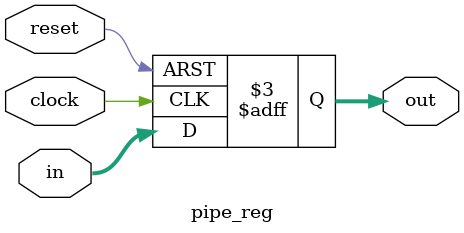
<source format=v>
module pipe_reg(
	   input [31:0] in,
       input clock,
	   input reset,
	   //input op,
	   output reg [31:0]out
 );
 
	always @(posedge clock,negedge reset) 
	begin
    if(!reset)
	   out <= 32'h0000_0000;
	else 
	   out <= in;
	end
endmodule 
	   
	   
	
</source>
